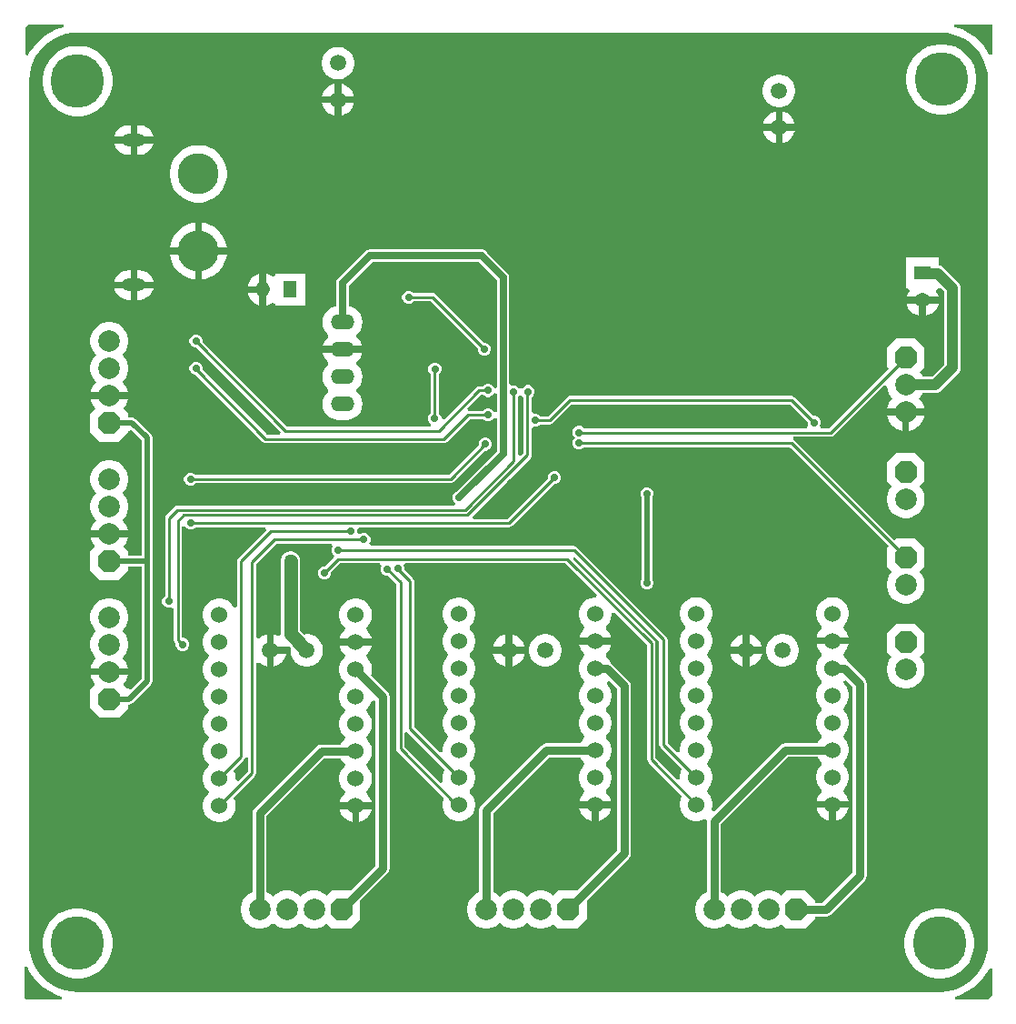
<source format=gbl>
G04*
G04 #@! TF.GenerationSoftware,Altium Limited,Altium Designer,24.8.2 (39)*
G04*
G04 Layer_Physical_Order=2*
G04 Layer_Color=16711680*
%FSTAX24Y24*%
%MOIN*%
G70*
G04*
G04 #@! TF.SameCoordinates,E2E89361-0BB4-4F2D-B907-9D5CD4EE4A11*
G04*
G04*
G04 #@! TF.FilePolarity,Positive*
G04*
G01*
G75*
%ADD10C,0.0100*%
%ADD68C,0.0250*%
%ADD69C,0.0200*%
%ADD72C,0.0300*%
%ADD73C,0.0500*%
%ADD74C,0.0394*%
%ADD75R,0.0512X0.0591*%
%ADD76O,0.0512X0.0591*%
%ADD77C,0.0600*%
%ADD78C,0.0591*%
G04:AMPARAMS|DCode=79|XSize=78.7mil|YSize=78.7mil|CornerRadius=0mil|HoleSize=0mil|Usage=FLASHONLY|Rotation=0.000|XOffset=0mil|YOffset=0mil|HoleType=Round|Shape=Octagon|*
%AMOCTAGOND79*
4,1,8,0.0394,-0.0197,0.0394,0.0197,0.0197,0.0394,-0.0197,0.0394,-0.0394,0.0197,-0.0394,-0.0197,-0.0197,-0.0394,0.0197,-0.0394,0.0394,-0.0197,0.0*
%
%ADD79OCTAGOND79*%

%ADD80C,0.0787*%
%ADD81O,0.0591X0.0512*%
%ADD82R,0.0591X0.0512*%
%ADD83C,0.1969*%
%ADD84C,0.1496*%
%ADD85O,0.0866X0.0472*%
G04:AMPARAMS|DCode=86|XSize=78.7mil|YSize=78.7mil|CornerRadius=0mil|HoleSize=0mil|Usage=FLASHONLY|Rotation=270.000|XOffset=0mil|YOffset=0mil|HoleType=Round|Shape=Octagon|*
%AMOCTAGOND86*
4,1,8,-0.0197,-0.0394,0.0197,-0.0394,0.0394,-0.0197,0.0394,0.0197,0.0197,0.0394,-0.0197,0.0394,-0.0394,0.0197,-0.0394,-0.0197,-0.0197,-0.0394,0.0*
%
%ADD86OCTAGOND86*%

%ADD88C,0.0276*%
%ADD89C,0.0500*%
%ADD90O,0.0866X0.0551*%
G36*
X03545Y034497D02*
X03535Y034474D01*
X035302Y034571D01*
X035158Y034786D01*
X034988Y03498D01*
X034793Y035151D01*
X034578Y035295D01*
X034347Y035409D01*
X034102Y035492D01*
X034062Y0355D01*
X034072Y0356D01*
X03545D01*
Y034497D01*
D02*
G37*
G36*
X001396Y0355D02*
X001382Y035497D01*
X001129Y035411D01*
X000889Y035293D01*
X000667Y035144D01*
X000465Y034968D01*
X000289Y034767D01*
X00014Y034544D01*
X000099Y03446D01*
X-000001Y034483D01*
X0Y0355D01*
X0001Y0356D01*
X001386D01*
X001396Y0355D01*
D02*
G37*
G36*
X03349Y035294D02*
X03359Y035294D01*
X033688Y035288D01*
X033814Y03528D01*
X034033Y035236D01*
X034245Y035164D01*
X034446Y035065D01*
X034632Y034941D01*
X034801Y034793D01*
X034948Y034625D01*
X035073Y034439D01*
X035172Y034238D01*
X035244Y034026D01*
X035288Y033806D01*
X035302Y033587D01*
X035301Y033583D01*
Y002011D01*
X035301Y001931D01*
X035301Y001912D01*
X035296Y001815D01*
X035287Y001679D01*
X035242Y001451D01*
X035167Y00123D01*
X035064Y001021D01*
X034934Y000828D01*
X034781Y000652D01*
X034605Y000499D01*
X034412Y000369D01*
X034203Y000266D01*
X033982Y000191D01*
X033754Y000146D01*
X033618Y000137D01*
X033521Y000132D01*
X033502Y000132D01*
X033422Y000132D01*
X001889D01*
X001679Y000146D01*
X00145Y000191D01*
X00123Y000266D01*
X001021Y000369D01*
X000827Y000499D01*
X000652Y000652D01*
X000498Y000828D01*
X000369Y001021D01*
X000266Y00123D01*
X000191Y001451D01*
X000145Y001679D01*
X000132Y001883D01*
Y033542D01*
X000146Y033754D01*
X000191Y033982D01*
X000266Y034203D01*
X000369Y034412D01*
X000499Y034605D01*
X000652Y034781D01*
X000828Y034934D01*
X001021Y035064D01*
X00123Y035167D01*
X001451Y035242D01*
X001679Y035287D01*
X001891Y035301D01*
X03349Y035294D01*
D02*
G37*
G36*
X03545Y000982D02*
Y0D01*
X0353Y-00015D01*
X034109D01*
X034092Y-00005D01*
X034304Y000022D01*
X034544Y00014D01*
X034767Y000289D01*
X034968Y000465D01*
X035144Y000667D01*
X035293Y000889D01*
X03535Y001005D01*
X03545Y000982D01*
D02*
G37*
G36*
X00014Y000889D02*
X000288Y000666D01*
X000465Y000465D01*
X000666Y000289D01*
X000888Y00014D01*
X001129Y000022D01*
X00134Y-00005D01*
X001323Y-00015D01*
X000021D01*
X-00005Y-000079D01*
X-000048Y001044D01*
X000052Y001067D01*
X00014Y000889D01*
D02*
G37*
%LPC*%
G36*
X011515Y034769D02*
X011398D01*
X011283Y034746D01*
X011175Y034701D01*
X011077Y034636D01*
X010994Y034553D01*
X010929Y034455D01*
X010884Y034347D01*
X010861Y034232D01*
Y034115D01*
X010884Y034D01*
X010929Y033891D01*
X010994Y033794D01*
X011077Y033711D01*
X011175Y033646D01*
X011283Y033601D01*
X011398Y033578D01*
X011515D01*
X01163Y033601D01*
X011739Y033646D01*
X011836Y033711D01*
X011919Y033794D01*
X011984Y033891D01*
X012029Y034D01*
X012052Y034115D01*
Y034232D01*
X012029Y034347D01*
X011984Y034455D01*
X011919Y034553D01*
X011836Y034636D01*
X011739Y034701D01*
X01163Y034746D01*
X011515Y034769D01*
D02*
G37*
G36*
X011582Y033417D02*
Y03296D01*
X012039D01*
X012029Y033008D01*
X011984Y033117D01*
X011919Y033214D01*
X011836Y033297D01*
X011739Y033362D01*
X01163Y033407D01*
X011582Y033417D01*
D02*
G37*
G36*
X011332D02*
X011283Y033407D01*
X011175Y033362D01*
X011077Y033297D01*
X010994Y033214D01*
X010929Y033117D01*
X010884Y033008D01*
X010875Y03296D01*
X011332D01*
Y033417D01*
D02*
G37*
G36*
X027696Y033757D02*
X027579D01*
X027464Y033734D01*
X027356Y033689D01*
X027258Y033624D01*
X027175Y033541D01*
X02711Y033443D01*
X027065Y033335D01*
X027042Y03322D01*
Y033103D01*
X027065Y032988D01*
X02711Y032879D01*
X027175Y032782D01*
X027258Y032699D01*
X027356Y032634D01*
X027464Y032589D01*
X027579Y032566D01*
X027696D01*
X027811Y032589D01*
X02792Y032634D01*
X028017Y032699D01*
X0281Y032782D01*
X028165Y032879D01*
X02821Y032988D01*
X028233Y033103D01*
Y03322D01*
X02821Y033335D01*
X028165Y033443D01*
X0281Y033541D01*
X028017Y033624D01*
X02792Y033689D01*
X027811Y033734D01*
X027696Y033757D01*
D02*
G37*
G36*
X033691Y034867D02*
X033489D01*
X033289Y034835D01*
X033097Y034773D01*
X032917Y034681D01*
X032753Y034562D01*
X03261Y034419D01*
X032492Y034256D01*
X0324Y034076D01*
X032337Y033883D01*
X032306Y033684D01*
Y033482D01*
X032337Y033282D01*
X0324Y03309D01*
X032492Y03291D01*
X03261Y032746D01*
X032753Y032603D01*
X032917Y032484D01*
X033097Y032393D01*
X033289Y03233D01*
X033489Y032298D01*
X033691D01*
X033891Y03233D01*
X034083Y032393D01*
X034263Y032484D01*
X034427Y032603D01*
X03457Y032746D01*
X034688Y03291D01*
X03478Y03309D01*
X034843Y033282D01*
X034874Y033482D01*
Y033684D01*
X034843Y033883D01*
X03478Y034076D01*
X034688Y034256D01*
X03457Y034419D01*
X034427Y034562D01*
X034263Y034681D01*
X034083Y034773D01*
X033891Y034835D01*
X033691Y034867D01*
D02*
G37*
G36*
X012039Y03271D02*
X011582D01*
Y032253D01*
X01163Y032262D01*
X011739Y032307D01*
X011836Y032372D01*
X011919Y032455D01*
X011984Y032553D01*
X012029Y032661D01*
X012039Y03271D01*
D02*
G37*
G36*
X011332D02*
X010875D01*
X010884Y032661D01*
X010929Y032553D01*
X010994Y032455D01*
X011077Y032372D01*
X011175Y032307D01*
X011283Y032262D01*
X011332Y032253D01*
Y03271D01*
D02*
G37*
G36*
X002013Y034805D02*
X001811D01*
X001611Y034774D01*
X001419Y034711D01*
X001239Y03462D01*
X001075Y034501D01*
X000932Y034358D01*
X000814Y034194D01*
X000722Y034014D01*
X000659Y033822D01*
X000628Y033622D01*
Y03342D01*
X000659Y03322D01*
X000722Y033028D01*
X000814Y032848D01*
X000932Y032684D01*
X001075Y032542D01*
X001239Y032423D01*
X001419Y032331D01*
X001611Y032268D01*
X001811Y032237D01*
X002013D01*
X002213Y032268D01*
X002405Y032331D01*
X002585Y032423D01*
X002749Y032542D01*
X002892Y032684D01*
X00301Y032848D01*
X003102Y033028D01*
X003165Y03322D01*
X003196Y03342D01*
Y033622D01*
X003165Y033822D01*
X003102Y034014D01*
X00301Y034194D01*
X002892Y034358D01*
X002749Y034501D01*
X002585Y03462D01*
X002405Y034711D01*
X002213Y034774D01*
X002013Y034805D01*
D02*
G37*
G36*
X027763Y032405D02*
Y031948D01*
X02822D01*
X02821Y031996D01*
X028165Y032105D01*
X0281Y032202D01*
X028017Y032285D01*
X02792Y03235D01*
X027811Y032395D01*
X027763Y032405D01*
D02*
G37*
G36*
X027513D02*
X027464Y032395D01*
X027356Y03235D01*
X027258Y032285D01*
X027175Y032202D01*
X02711Y032105D01*
X027065Y031996D01*
X027056Y031948D01*
X027513D01*
Y032405D01*
D02*
G37*
G36*
X004173Y031899D02*
X004101D01*
Y031483D01*
X004698D01*
X004696Y031498D01*
X004642Y031629D01*
X004556Y031741D01*
X004444Y031827D01*
X004313Y031881D01*
X004173Y031899D01*
D02*
G37*
G36*
X003851D02*
X00378D01*
X00364Y031881D01*
X003509Y031827D01*
X003397Y031741D01*
X003311Y031629D01*
X003257Y031498D01*
X003255Y031483D01*
X003851D01*
Y031899D01*
D02*
G37*
G36*
X027513Y031698D02*
X027056D01*
X027065Y031649D01*
X02711Y031541D01*
X027175Y031443D01*
X027258Y03136D01*
X027356Y031295D01*
X027464Y03125D01*
X027513Y031241D01*
Y031698D01*
D02*
G37*
G36*
X02822D02*
X027763D01*
Y031241D01*
X027811Y03125D01*
X02792Y031295D01*
X028017Y03136D01*
X0281Y031443D01*
X028165Y031541D01*
X02821Y031649D01*
X02822Y031698D01*
D02*
G37*
G36*
X004698Y031233D02*
X004101D01*
Y030817D01*
X004173D01*
X004313Y030836D01*
X004444Y03089D01*
X004556Y030976D01*
X004642Y031088D01*
X004696Y031218D01*
X004698Y031233D01*
D02*
G37*
G36*
X003851D02*
X003255D01*
X003257Y031218D01*
X003311Y031088D01*
X003397Y030976D01*
X003509Y03089D01*
X00364Y030836D01*
X00378Y030817D01*
X003851D01*
Y031233D01*
D02*
G37*
G36*
X006421Y031166D02*
X006256D01*
X006093Y03114D01*
X005936Y031089D01*
X005789Y031014D01*
X005656Y030917D01*
X005539Y030801D01*
X005442Y030667D01*
X005367Y03052D01*
X005316Y030364D01*
X005291Y030201D01*
Y030036D01*
X005316Y029873D01*
X005367Y029716D01*
X005442Y029569D01*
X005539Y029435D01*
X005656Y029319D01*
X005789Y029222D01*
X005936Y029147D01*
X006093Y029096D01*
X006256Y02907D01*
X006421D01*
X006584Y029096D01*
X006741Y029147D01*
X006888Y029222D01*
X007021Y029319D01*
X007138Y029435D01*
X007235Y029569D01*
X00731Y029716D01*
X007361Y029873D01*
X007387Y030036D01*
Y030201D01*
X007361Y030364D01*
X00731Y03052D01*
X007235Y030667D01*
X007138Y030801D01*
X007021Y030917D01*
X006888Y031014D01*
X006741Y031089D01*
X006584Y03114D01*
X006421Y031166D01*
D02*
G37*
G36*
X006464Y028325D02*
Y027409D01*
X00738D01*
X007361Y027529D01*
X00731Y027686D01*
X007235Y027833D01*
X007138Y027966D01*
X007021Y028083D01*
X006888Y02818D01*
X006741Y028255D01*
X006584Y028306D01*
X006464Y028325D01*
D02*
G37*
G36*
X006214D02*
X006093Y028306D01*
X005936Y028255D01*
X005789Y02818D01*
X005656Y028083D01*
X005539Y027966D01*
X005442Y027833D01*
X005367Y027686D01*
X005316Y027529D01*
X005297Y027409D01*
X006214D01*
Y028325D01*
D02*
G37*
G36*
X010258Y026472D02*
X009146D01*
Y026402D01*
X009046Y026352D01*
X008982Y026401D01*
X008847Y026457D01*
X008827Y02646D01*
Y025876D01*
Y025293D01*
X008847Y025295D01*
X008982Y025351D01*
X009046Y0254D01*
X009146Y025351D01*
Y025281D01*
X010258D01*
Y026472D01*
D02*
G37*
G36*
X00738Y027159D02*
X006464D01*
Y026242D01*
X006584Y026261D01*
X006741Y026312D01*
X006888Y026387D01*
X007021Y026484D01*
X007138Y026601D01*
X007235Y026734D01*
X00731Y026881D01*
X007361Y027038D01*
X00738Y027159D01*
D02*
G37*
G36*
X006214D02*
X005297D01*
X005316Y027038D01*
X005367Y026881D01*
X005442Y026734D01*
X005539Y026601D01*
X005656Y026484D01*
X005789Y026387D01*
X005936Y026312D01*
X006093Y026261D01*
X006214Y026242D01*
Y027159D01*
D02*
G37*
G36*
X004173Y026584D02*
X004101D01*
Y026168D01*
X004698D01*
X004696Y026183D01*
X004642Y026314D01*
X004556Y026426D01*
X004444Y026512D01*
X004313Y026566D01*
X004173Y026584D01*
D02*
G37*
G36*
X003851D02*
X00378D01*
X00364Y026566D01*
X003509Y026512D01*
X003397Y026426D01*
X003311Y026314D01*
X003257Y026183D01*
X003255Y026168D01*
X003851D01*
Y026584D01*
D02*
G37*
G36*
X008577Y02646D02*
X008557Y026457D01*
X008421Y026401D01*
X008305Y026312D01*
X008216Y026196D01*
X00816Y026061D01*
X008152Y026001D01*
X008577D01*
Y02646D01*
D02*
G37*
G36*
X004698Y025918D02*
X004101D01*
Y025503D01*
X004173D01*
X004313Y025521D01*
X004444Y025575D01*
X004556Y025661D01*
X004642Y025773D01*
X004696Y025903D01*
X004698Y025918D01*
D02*
G37*
G36*
X003851D02*
X003255D01*
X003257Y025903D01*
X003311Y025773D01*
X003397Y025661D01*
X003509Y025575D01*
X00364Y025521D01*
X00378Y025503D01*
X003851D01*
Y025918D01*
D02*
G37*
G36*
X008577Y025751D02*
X008152D01*
X00816Y025692D01*
X008216Y025557D01*
X008305Y02544D01*
X008421Y025351D01*
X008557Y025295D01*
X008577Y025293D01*
Y025751D01*
D02*
G37*
G36*
X032773Y025359D02*
X032314D01*
X032317Y025339D01*
X032373Y025204D01*
X032462Y025088D01*
X032578Y024999D01*
X032713Y024943D01*
X032773Y024935D01*
Y025359D01*
D02*
G37*
G36*
X033481D02*
X033023D01*
Y024935D01*
X033082Y024943D01*
X033217Y024999D01*
X033334Y025088D01*
X033423Y025204D01*
X033479Y025339D01*
X033481Y025359D01*
D02*
G37*
G36*
X014097Y025838D02*
X014003D01*
X013915Y025802D01*
X013848Y025735D01*
X013812Y025647D01*
Y025553D01*
X013848Y025465D01*
X013915Y025398D01*
X014003Y025362D01*
X014097D01*
X014185Y025398D01*
X014233Y025447D01*
X014855D01*
X016579Y023723D01*
Y023654D01*
X016615Y023567D01*
X016682Y0235D01*
X01677Y023464D01*
X016864D01*
X016952Y0235D01*
X017018Y023567D01*
X017055Y023654D01*
Y023749D01*
X017018Y023836D01*
X016952Y023903D01*
X016864Y023939D01*
X016795D01*
X015027Y025708D01*
X014977Y025741D01*
X014918Y025753D01*
X014233D01*
X014185Y025802D01*
X014097Y025838D01*
D02*
G37*
G36*
X016761Y027363D02*
X016667D01*
X016647Y027354D01*
X012625D01*
X012537Y027337D01*
X012463Y027287D01*
X011459Y026283D01*
X011409Y026209D01*
X011391Y026121D01*
Y025252D01*
X011313Y025242D01*
X011173Y025184D01*
X011053Y025092D01*
X010961Y024971D01*
X010903Y024831D01*
X010883Y024681D01*
X010903Y024531D01*
X010961Y024391D01*
X011053Y024271D01*
X011104Y024231D01*
Y024131D01*
X011053Y024092D01*
X010961Y023971D01*
X010903Y023831D01*
X010899Y023806D01*
X011621D01*
X012342D01*
X012339Y023831D01*
X012281Y023971D01*
X012189Y024092D01*
X012137Y024131D01*
Y024231D01*
X012189Y024271D01*
X012281Y024391D01*
X012339Y024531D01*
X012359Y024681D01*
X012339Y024831D01*
X012281Y024971D01*
X012189Y025092D01*
X012069Y025184D01*
X011929Y025242D01*
X01185Y025252D01*
Y026026D01*
X01272Y026895D01*
X016619D01*
X017284Y026231D01*
Y022287D01*
X017184Y022267D01*
X017166Y022311D01*
X017099Y022378D01*
X017011Y022414D01*
X016917D01*
X016829Y022378D01*
X016781Y022329D01*
X016626D01*
X016568Y022318D01*
X016518Y022284D01*
X015348Y021115D01*
X015248Y021156D01*
Y021198D01*
X015212Y021286D01*
X015165Y021333D01*
Y022775D01*
X015215Y022825D01*
X015251Y022913D01*
Y023007D01*
X015215Y023095D01*
X015148Y023161D01*
X015061Y023198D01*
X014966D01*
X014879Y023161D01*
X014812Y023095D01*
X014776Y023007D01*
Y022913D01*
X014812Y022825D01*
X014859Y022778D01*
Y021336D01*
X014809Y021286D01*
X014773Y021198D01*
Y021104D01*
X014809Y021016D01*
X014875Y02095D01*
X014875Y020948D01*
X014855Y02085D01*
X009609D01*
X006488Y023971D01*
Y024039D01*
X006452Y024127D01*
X006385Y024194D01*
X006297Y02423D01*
X006203D01*
X006115Y024194D01*
X006048Y024127D01*
X006012Y024039D01*
Y023945D01*
X006048Y023857D01*
X006115Y023791D01*
X006203Y023754D01*
X006272D01*
X009373Y020653D01*
X009331Y020553D01*
X008873D01*
X006486Y02294D01*
X006488Y022945D01*
Y023039D01*
X006452Y023127D01*
X006385Y023194D01*
X006297Y02323D01*
X006203D01*
X006115Y023194D01*
X006048Y023127D01*
X006012Y023039D01*
Y022945D01*
X006048Y022857D01*
X006115Y022791D01*
X006203Y022754D01*
X006239D01*
X008702Y020292D01*
X008751Y020259D01*
X00881Y020247D01*
X015342D01*
X015401Y020259D01*
X01545Y020292D01*
X016288Y02113D01*
X016781D01*
X01683Y021081D01*
X016917Y021045D01*
X017012D01*
X017099Y021081D01*
X017166Y021148D01*
X017184Y021191D01*
X017284Y021172D01*
Y019956D01*
X015783Y018455D01*
X015762Y018447D01*
X015696Y01838D01*
X015659Y018292D01*
Y018198D01*
X015696Y01811D01*
X015753Y018053D01*
X015747Y018009D01*
X015722Y017953D01*
X005569D01*
X005511Y017941D01*
X005461Y017908D01*
X005159Y017606D01*
X005126Y017556D01*
X005114Y017497D01*
Y014652D01*
X005113Y014652D01*
X005046Y014585D01*
X00501Y014497D01*
Y014403D01*
X005046Y014315D01*
X005113Y014248D01*
X005201Y014212D01*
X005295D01*
X005338Y01423D01*
X005438Y014173D01*
Y013031D01*
X005449Y012972D01*
X005482Y012922D01*
X005512Y012893D01*
Y012824D01*
X005548Y012736D01*
X005615Y01267D01*
X005703Y012633D01*
X005797D01*
X005885Y01267D01*
X005952Y012736D01*
X005988Y012824D01*
Y012918D01*
X005952Y013006D01*
X005885Y013073D01*
X005797Y013109D01*
X005743D01*
Y017175D01*
X005843Y017195D01*
X005848Y017183D01*
X005915Y017116D01*
X006003Y01708D01*
X006097D01*
X006185Y017116D01*
X006233Y017165D01*
X008786D01*
X008827Y017065D01*
X007792Y016029D01*
X007759Y01598D01*
X007747Y015921D01*
Y014241D01*
X007647Y014221D01*
X007642Y014234D01*
X007576Y014333D01*
X007492Y014416D01*
X007394Y014482D01*
X007285Y014527D01*
X007169Y01455D01*
X007051D01*
X006935Y014527D01*
X006826Y014482D01*
X006727Y014416D01*
X006644Y014333D01*
X006578Y014234D01*
X006533Y014125D01*
X00651Y014009D01*
Y013891D01*
X006533Y013775D01*
X006578Y013666D01*
X006644Y013568D01*
X006696Y013515D01*
X006717Y01345D01*
X006696Y013385D01*
X006644Y013333D01*
X006578Y013234D01*
X006533Y013125D01*
X00651Y013009D01*
Y012891D01*
X006533Y012775D01*
X006578Y012666D01*
X006644Y012568D01*
X006696Y012515D01*
X006717Y01245D01*
X006696Y012385D01*
X006644Y012333D01*
X006578Y012234D01*
X006533Y012125D01*
X00651Y012009D01*
Y011891D01*
X006533Y011775D01*
X006578Y011666D01*
X006644Y011568D01*
X006696Y011515D01*
X006717Y01145D01*
X006696Y011385D01*
X006644Y011333D01*
X006578Y011234D01*
X006533Y011125D01*
X00651Y011009D01*
Y010891D01*
X006533Y010775D01*
X006578Y010666D01*
X006644Y010568D01*
X006696Y010515D01*
X006717Y01045D01*
X006696Y010385D01*
X006644Y010333D01*
X006578Y010234D01*
X006533Y010125D01*
X00651Y010009D01*
Y009891D01*
X006533Y009775D01*
X006578Y009666D01*
X006644Y009568D01*
X006696Y009515D01*
X006717Y00945D01*
X006696Y009385D01*
X006644Y009333D01*
X006578Y009234D01*
X006533Y009125D01*
X00651Y009009D01*
Y008891D01*
X006533Y008775D01*
X006578Y008666D01*
X006644Y008568D01*
X006696Y008515D01*
X006717Y00845D01*
X006696Y008385D01*
X006644Y008333D01*
X006578Y008234D01*
X006533Y008125D01*
X00651Y008009D01*
Y007891D01*
X006533Y007775D01*
X006578Y007666D01*
X006644Y007568D01*
X006696Y007515D01*
X006717Y00745D01*
X006696Y007385D01*
X006644Y007333D01*
X006578Y007234D01*
X006533Y007125D01*
X00651Y007009D01*
Y006891D01*
X006533Y006775D01*
X006578Y006666D01*
X006644Y006568D01*
X006727Y006484D01*
X006826Y006418D01*
X006935Y006373D01*
X007051Y00635D01*
X007169D01*
X007285Y006373D01*
X007394Y006418D01*
X007492Y006484D01*
X007576Y006568D01*
X007642Y006666D01*
X007687Y006775D01*
X00771Y006891D01*
Y007009D01*
X007687Y007125D01*
X007642Y007234D01*
X007629Y007253D01*
X00841Y008034D01*
X008443Y008083D01*
X008454Y008142D01*
Y012186D01*
X008554Y012227D01*
X008594Y012188D01*
X008692Y012122D01*
X0088Y012078D01*
X008849Y012068D01*
Y01265D01*
Y013232D01*
X0088Y013222D01*
X008692Y013177D01*
X008594Y013112D01*
X008554Y013073D01*
X008454Y013114D01*
Y015838D01*
X009179Y016562D01*
X011232D01*
X011274Y016462D01*
X011269Y016458D01*
X011233Y01637D01*
Y016276D01*
X011269Y016188D01*
X011336Y016121D01*
X011293Y016033D01*
X010978Y015718D01*
X010909D01*
X010822Y015681D01*
X010755Y015615D01*
X010719Y015527D01*
Y015433D01*
X010755Y015345D01*
X010822Y015278D01*
X010909Y015242D01*
X011004D01*
X011091Y015278D01*
X011158Y015345D01*
X011194Y015433D01*
Y015501D01*
X011534Y015841D01*
X012989D01*
X01301Y015819D01*
X013047Y015741D01*
X013022Y015681D01*
Y015587D01*
X013058Y015499D01*
X013125Y015432D01*
X013213Y015396D01*
X013281D01*
X013597Y01508D01*
Y00905D01*
X013609Y008991D01*
X013642Y008942D01*
X015345Y007239D01*
X015314Y007165D01*
X015291Y007049D01*
Y00693D01*
X015314Y006815D01*
X01536Y006705D01*
X015425Y006607D01*
X015509Y006524D01*
X015607Y006458D01*
X015716Y006413D01*
X015832Y00639D01*
X01595D01*
X016066Y006413D01*
X016176Y006458D01*
X016274Y006524D01*
X016357Y006607D01*
X016423Y006705D01*
X016468Y006815D01*
X016491Y00693D01*
Y007049D01*
X016468Y007165D01*
X016423Y007274D01*
X016357Y007372D01*
X016305Y007424D01*
X016285Y00749D01*
X016305Y007555D01*
X016357Y007607D01*
X016423Y007705D01*
X016468Y007815D01*
X016491Y00793D01*
Y008049D01*
X016468Y008165D01*
X016423Y008274D01*
X016357Y008372D01*
X016305Y008424D01*
X016285Y00849D01*
X016305Y008555D01*
X016357Y008607D01*
X016423Y008705D01*
X016468Y008815D01*
X016491Y00893D01*
Y009049D01*
X016468Y009165D01*
X016423Y009274D01*
X016357Y009372D01*
X016305Y009424D01*
X016285Y00949D01*
X016305Y009555D01*
X016357Y009607D01*
X016423Y009705D01*
X016468Y009815D01*
X016491Y00993D01*
Y010049D01*
X016468Y010165D01*
X016423Y010274D01*
X016357Y010372D01*
X016305Y010424D01*
X016285Y01049D01*
X016305Y010555D01*
X016357Y010607D01*
X016423Y010705D01*
X016468Y010815D01*
X016491Y01093D01*
Y011049D01*
X016468Y011165D01*
X016423Y011274D01*
X016357Y011372D01*
X016305Y011424D01*
X016285Y01149D01*
X016305Y011555D01*
X016357Y011607D01*
X016423Y011705D01*
X016468Y011815D01*
X016491Y01193D01*
Y012049D01*
X016468Y012165D01*
X016423Y012274D01*
X016357Y012372D01*
X016305Y012424D01*
X016285Y01249D01*
X016305Y012555D01*
X016357Y012607D01*
X016423Y012705D01*
X016468Y012815D01*
X016491Y01293D01*
Y013049D01*
X016468Y013165D01*
X016423Y013274D01*
X016357Y013372D01*
X016305Y013424D01*
X016285Y01349D01*
X016305Y013555D01*
X016357Y013607D01*
X016423Y013705D01*
X016468Y013815D01*
X016491Y01393D01*
Y014049D01*
X016468Y014165D01*
X016423Y014274D01*
X016357Y014372D01*
X016274Y014456D01*
X016176Y014521D01*
X016066Y014567D01*
X01595Y01459D01*
X015832D01*
X015716Y014567D01*
X015607Y014521D01*
X015509Y014456D01*
X015425Y014372D01*
X01536Y014274D01*
X015314Y014165D01*
X015291Y014049D01*
Y01393D01*
X015314Y013815D01*
X01536Y013705D01*
X015425Y013607D01*
X015477Y013555D01*
X015498Y01349D01*
X015477Y013424D01*
X015425Y013372D01*
X01536Y013274D01*
X015314Y013165D01*
X015291Y013049D01*
Y01293D01*
X015314Y012815D01*
X01536Y012705D01*
X015425Y012607D01*
X015477Y012555D01*
X015498Y01249D01*
X015477Y012424D01*
X015425Y012372D01*
X01536Y012274D01*
X015314Y012165D01*
X015291Y012049D01*
Y01193D01*
X015314Y011815D01*
X01536Y011705D01*
X015425Y011607D01*
X015477Y011555D01*
X015498Y01149D01*
X015477Y011424D01*
X015425Y011372D01*
X01536Y011274D01*
X015314Y011165D01*
X015291Y011049D01*
Y01093D01*
X015314Y010815D01*
X01536Y010705D01*
X015425Y010607D01*
X015477Y010555D01*
X015498Y01049D01*
X015477Y010424D01*
X015425Y010372D01*
X01536Y010274D01*
X015314Y010165D01*
X015291Y010049D01*
Y00993D01*
X015314Y009815D01*
X01536Y009705D01*
X015425Y009607D01*
X015477Y009555D01*
X015498Y00949D01*
X015477Y009424D01*
X015425Y009372D01*
X01536Y009274D01*
X015314Y009165D01*
X015291Y009049D01*
Y008947D01*
X015251Y008919D01*
X015195Y008902D01*
X014253Y009844D01*
Y015187D01*
X014241Y015246D01*
X014208Y015296D01*
X013898Y015606D01*
Y015688D01*
X013876Y015741D01*
X013927Y015841D01*
X019805D01*
X02096Y014686D01*
X02096Y014684D01*
X020915Y01459D01*
X020832D01*
X020716Y014567D01*
X020607Y014521D01*
X020509Y014456D01*
X020425Y014372D01*
X02036Y014274D01*
X020314Y014165D01*
X020291Y014049D01*
Y01393D01*
X020314Y013815D01*
X02036Y013705D01*
X020425Y013607D01*
X020477Y013555D01*
X020498Y01349D01*
X020477Y013424D01*
X020425Y013372D01*
X02036Y013274D01*
X020314Y013165D01*
X020304Y013115D01*
X021478D01*
X021468Y013165D01*
X021423Y013274D01*
X021357Y013372D01*
X021305Y013424D01*
X021285Y01349D01*
X021305Y013555D01*
X021357Y013607D01*
X021423Y013705D01*
X021468Y013815D01*
X021491Y01393D01*
Y014013D01*
X021586Y014058D01*
X021588Y014059D01*
X022802Y012844D01*
Y008645D01*
X022814Y008586D01*
X022847Y008537D01*
X024081Y007303D01*
X024068Y007284D01*
X024023Y007175D01*
X024Y007059D01*
Y006941D01*
X024023Y006825D01*
X024068Y006716D01*
X024134Y006618D01*
X024218Y006534D01*
X024316Y006468D01*
X024425Y006423D01*
X024541Y0064D01*
X024659D01*
X024775Y006423D01*
X024884Y006468D01*
X024919Y006491D01*
X025009Y006431D01*
X024998Y006378D01*
Y003795D01*
X024925Y003764D01*
X024811Y003688D01*
X024714Y003592D01*
X024638Y003478D01*
X024586Y003352D01*
X024559Y003218D01*
Y003081D01*
X024586Y002947D01*
X024638Y002821D01*
X024714Y002707D01*
X024811Y002611D01*
X024925Y002535D01*
X025051Y002483D01*
X025185Y002456D01*
X025321D01*
X025456Y002483D01*
X025582Y002535D01*
X025695Y002611D01*
X025753Y002669D01*
X025811Y002611D01*
X025925Y002535D01*
X026051Y002483D01*
X026185Y002456D01*
X026321D01*
X026456Y002483D01*
X026582Y002535D01*
X026695Y002611D01*
X026753Y002669D01*
X026811Y002611D01*
X026925Y002535D01*
X027051Y002483D01*
X027185Y002456D01*
X027321D01*
X027455Y002483D01*
X027582Y002535D01*
X027695Y002611D01*
X027723Y002639D01*
X027906Y002456D01*
X0286D01*
X028947Y002803D01*
Y002895D01*
X02935D01*
X029447Y002914D01*
X02953Y002969D01*
X03078Y00422D01*
X030835Y004302D01*
X030855Y0044D01*
Y011438D01*
X030835Y011535D01*
X03078Y011618D01*
X030223Y012175D01*
X030159Y012218D01*
X030132Y012284D01*
X030066Y012382D01*
X030014Y012435D01*
X029993Y0125D01*
X030014Y012565D01*
X030066Y012618D01*
X030132Y012716D01*
X030177Y012825D01*
X030187Y012875D01*
X029013D01*
X029023Y012825D01*
X029068Y012716D01*
X029134Y012618D01*
X029186Y012565D01*
X029207Y0125D01*
X029186Y012435D01*
X029134Y012382D01*
X029068Y012284D01*
X029023Y012175D01*
X029Y012059D01*
Y011941D01*
X029023Y011825D01*
X029068Y011716D01*
X029134Y011618D01*
X029186Y011565D01*
X029207Y0115D01*
X029186Y011435D01*
X029134Y011382D01*
X029068Y011284D01*
X029023Y011175D01*
X029Y011059D01*
Y010941D01*
X029023Y010825D01*
X029068Y010716D01*
X029134Y010618D01*
X029186Y010565D01*
X029207Y0105D01*
X029186Y010435D01*
X029134Y010382D01*
X029068Y010284D01*
X029023Y010175D01*
X029Y010059D01*
Y009941D01*
X029023Y009825D01*
X029068Y009716D01*
X029134Y009618D01*
X029186Y009565D01*
X029207Y0095D01*
X029186Y009435D01*
X029134Y009382D01*
X029068Y009284D01*
X029056Y009255D01*
X027875D01*
X027777Y009235D01*
X027695Y00918D01*
X025247Y006733D01*
X025162Y006789D01*
X025177Y006825D01*
X0252Y006941D01*
Y007059D01*
X025177Y007175D01*
X025132Y007284D01*
X025066Y007382D01*
X025014Y007435D01*
X024993Y0075D01*
X025014Y007565D01*
X025066Y007618D01*
X025132Y007716D01*
X025177Y007825D01*
X0252Y007941D01*
Y008059D01*
X025177Y008175D01*
X025132Y008284D01*
X025066Y008382D01*
X025014Y008435D01*
X024993Y0085D01*
X025014Y008565D01*
X025066Y008618D01*
X025132Y008716D01*
X025177Y008825D01*
X0252Y008941D01*
Y009059D01*
X025177Y009175D01*
X025132Y009284D01*
X025066Y009382D01*
X025014Y009435D01*
X024993Y0095D01*
X025014Y009565D01*
X025066Y009618D01*
X025132Y009716D01*
X025177Y009825D01*
X0252Y009941D01*
Y010059D01*
X025177Y010175D01*
X025132Y010284D01*
X025066Y010382D01*
X025014Y010435D01*
X024993Y0105D01*
X025014Y010565D01*
X025066Y010618D01*
X025132Y010716D01*
X025177Y010825D01*
X0252Y010941D01*
Y011059D01*
X025177Y011175D01*
X025132Y011284D01*
X025066Y011382D01*
X025014Y011435D01*
X024993Y0115D01*
X025014Y011565D01*
X025066Y011618D01*
X025132Y011716D01*
X025177Y011825D01*
X0252Y011941D01*
Y012059D01*
X025177Y012175D01*
X025132Y012284D01*
X025066Y012382D01*
X025014Y012435D01*
X024993Y0125D01*
X025014Y012565D01*
X025066Y012618D01*
X025132Y012716D01*
X025177Y012825D01*
X0252Y012941D01*
Y013059D01*
X025177Y013175D01*
X025132Y013284D01*
X025066Y013382D01*
X025014Y013435D01*
X024993Y0135D01*
X025014Y013565D01*
X025066Y013618D01*
X025132Y013716D01*
X025177Y013825D01*
X0252Y013941D01*
Y014059D01*
X025177Y014175D01*
X025132Y014284D01*
X025066Y014382D01*
X024982Y014466D01*
X024884Y014532D01*
X024775Y014577D01*
X024659Y0146D01*
X024541D01*
X024425Y014577D01*
X024316Y014532D01*
X024218Y014466D01*
X024134Y014382D01*
X024068Y014284D01*
X024023Y014175D01*
X024Y014059D01*
Y013941D01*
X024023Y013825D01*
X024068Y013716D01*
X024134Y013618D01*
X024186Y013565D01*
X024207Y0135D01*
X024186Y013435D01*
X024134Y013382D01*
X024068Y013284D01*
X024023Y013175D01*
X024Y013059D01*
Y012941D01*
X024023Y012825D01*
X024068Y012716D01*
X024134Y012618D01*
X024186Y012565D01*
X024207Y0125D01*
X024186Y012435D01*
X024134Y012382D01*
X024068Y012284D01*
X024023Y012175D01*
X024Y012059D01*
Y011941D01*
X024023Y011825D01*
X024068Y011716D01*
X024134Y011618D01*
X024186Y011565D01*
X024207Y0115D01*
X024186Y011435D01*
X024134Y011382D01*
X024068Y011284D01*
X024023Y011175D01*
X024Y011059D01*
Y010941D01*
X024023Y010825D01*
X024068Y010716D01*
X024134Y010618D01*
X024186Y010565D01*
X024207Y0105D01*
X024186Y010435D01*
X024134Y010382D01*
X024068Y010284D01*
X024023Y010175D01*
X024Y010059D01*
Y009941D01*
X024023Y009825D01*
X024068Y009716D01*
X024134Y009618D01*
X024186Y009565D01*
X024207Y0095D01*
X024186Y009435D01*
X024134Y009382D01*
X024068Y009284D01*
X024023Y009175D01*
X024Y009059D01*
Y008958D01*
X02396Y008929D01*
X023904Y008913D01*
X023548Y009268D01*
Y013044D01*
X023537Y013103D01*
X023503Y013152D01*
X020225Y016431D01*
X020175Y016464D01*
X020117Y016476D01*
X012648D01*
X012607Y016576D01*
X012611Y016581D01*
X012648Y016668D01*
Y016763D01*
X012611Y01685D01*
X012545Y016917D01*
X012457Y016953D01*
X012363D01*
X012275Y016917D01*
X012243Y016927D01*
X01216Y016983D01*
Y017077D01*
X012232Y017165D01*
X017741D01*
X0178Y017177D01*
X017849Y01721D01*
X019384Y018744D01*
X019452D01*
X01954Y01878D01*
X019607Y018847D01*
X019643Y018934D01*
Y019029D01*
X019607Y019116D01*
X01954Y019183D01*
X019452Y019219D01*
X019358D01*
X01927Y019183D01*
X019204Y019116D01*
X019167Y019029D01*
Y01896D01*
X017678Y017471D01*
X016426D01*
X016384Y017571D01*
X018519Y019705D01*
X018552Y019755D01*
X018563Y019813D01*
Y020776D01*
X018651Y020848D01*
X018745D01*
X018833Y020884D01*
X018882Y020933D01*
X019228D01*
X019286Y020945D01*
X019336Y020978D01*
X020025Y021667D01*
X028039D01*
X02868Y021026D01*
Y020957D01*
X028707Y020892D01*
X028676Y020821D01*
X028652Y020792D01*
X020483D01*
X020435Y020841D01*
X020347Y020877D01*
X020253D01*
X020165Y020841D01*
X020098Y020774D01*
X020062Y020686D01*
Y020592D01*
X020098Y020504D01*
X020161Y020442D01*
X020098Y02038D01*
X020062Y020293D01*
Y020198D01*
X020098Y020111D01*
X020165Y020044D01*
X020253Y020007D01*
X020347D01*
X020435Y020044D01*
X020483Y020092D01*
X028038D01*
X031655Y016475D01*
X03159Y01641D01*
Y015716D01*
X031773Y015533D01*
X031745Y015505D01*
X031669Y015392D01*
X031616Y015265D01*
X03159Y015131D01*
Y014995D01*
X031616Y014861D01*
X031669Y014734D01*
X031745Y014621D01*
X031841Y014524D01*
X031955Y014448D01*
X032081Y014396D01*
X032215Y014369D01*
X032352D01*
X032486Y014396D01*
X032612Y014448D01*
X032726Y014524D01*
X032822Y014621D01*
X032898Y014734D01*
X032951Y014861D01*
X032977Y014995D01*
Y015131D01*
X032951Y015265D01*
X032898Y015392D01*
X032822Y015505D01*
X032794Y015533D01*
X032977Y015716D01*
Y01641D01*
X03263Y016757D01*
X031937D01*
X031871Y016691D01*
X028209Y020353D01*
X02816Y020387D01*
X028172Y020486D01*
X029537D01*
X029595Y020498D01*
X029645Y020531D01*
X03149Y022376D01*
X03159Y022334D01*
Y022318D01*
X031616Y022183D01*
X031669Y022057D01*
X031745Y021944D01*
X031802Y021886D01*
X031745Y021828D01*
X031669Y021714D01*
X031616Y021588D01*
X031601Y021511D01*
X032966D01*
X032951Y021588D01*
X032898Y021714D01*
X032822Y021828D01*
X032765Y021886D01*
X032822Y021944D01*
X032898Y022057D01*
X03291Y022086D01*
X033376D01*
X033454Y022097D01*
X033526Y022127D01*
X033588Y022174D01*
X034212Y022798D01*
X03426Y02286D01*
X034272Y02289D01*
X03429Y022933D01*
X0343Y02301D01*
Y025928D01*
X03429Y026005D01*
X034272Y026047D01*
X03426Y026077D01*
X034212Y026139D01*
X033682Y02667D01*
X03362Y026717D01*
X033548Y026747D01*
X033493Y026754D01*
Y02704D01*
X032302D01*
Y025928D01*
X032372D01*
X032422Y025828D01*
X032373Y025765D01*
X032317Y025629D01*
X032314Y025609D01*
X032898D01*
X033481D01*
X033479Y025629D01*
X033423Y025765D01*
X033393Y025803D01*
X033428Y025904D01*
X033493Y025928D01*
X033588Y025917D01*
X033701Y025804D01*
Y023134D01*
X033252Y022685D01*
X03291D01*
X032898Y022714D01*
X032822Y022828D01*
X032794Y022856D01*
X032977Y023039D01*
Y023733D01*
X03263Y02408D01*
X031937D01*
X03159Y023733D01*
Y023039D01*
X031655Y022974D01*
X029473Y020792D01*
X029182D01*
X029159Y020821D01*
X029128Y020892D01*
X029155Y020957D01*
Y021052D01*
X029119Y021139D01*
X029052Y021206D01*
X028965Y021243D01*
X028896D01*
X02821Y021928D01*
X028161Y021961D01*
X028102Y021973D01*
X019962D01*
X019903Y021961D01*
X019854Y021928D01*
X019164Y021239D01*
X018882D01*
X018833Y021287D01*
X018745Y021324D01*
X018651D01*
X018563Y021396D01*
Y021932D01*
X018568Y021934D01*
X018635Y022001D01*
X018671Y022089D01*
Y022183D01*
X018635Y022271D01*
X018568Y022338D01*
X018481Y022374D01*
X018386D01*
X018299Y022338D01*
X018232Y022271D01*
X018225Y022254D01*
X018117D01*
X018112Y022266D01*
X018045Y022333D01*
X017958Y022369D01*
X017863D01*
X017843Y02236D01*
X017743Y022427D01*
Y026326D01*
X017725Y026413D01*
X017675Y026488D01*
X016924Y027239D01*
X016916Y027259D01*
X016849Y027326D01*
X016761Y027363D01*
D02*
G37*
G36*
X003139Y024686D02*
X003003D01*
X002869Y024659D01*
X002742Y024607D01*
X002629Y024531D01*
X002532Y024434D01*
X002456Y024321D01*
X002404Y024194D01*
X002377Y02406D01*
Y023924D01*
X002404Y02379D01*
X002456Y023664D01*
X002532Y02355D01*
X00259Y023492D01*
X002532Y023434D01*
X002456Y023321D01*
X002404Y023194D01*
X002377Y02306D01*
Y022924D01*
X002404Y02279D01*
X002456Y022664D01*
X002532Y02255D01*
X00259Y022492D01*
X002532Y022434D01*
X002456Y022321D01*
X002404Y022194D01*
X002388Y022117D01*
X003071D01*
X003753D01*
X003738Y022194D01*
X003686Y022321D01*
X00361Y022434D01*
X003552Y022492D01*
X00361Y02255D01*
X003686Y022664D01*
X003738Y02279D01*
X003765Y022924D01*
Y02306D01*
X003738Y023194D01*
X003686Y023321D01*
X00361Y023434D01*
X003552Y023492D01*
X00361Y02355D01*
X003686Y023664D01*
X003738Y02379D01*
X003765Y023924D01*
Y02406D01*
X003738Y024194D01*
X003686Y024321D01*
X00361Y024434D01*
X003513Y024531D01*
X003399Y024607D01*
X003273Y024659D01*
X003139Y024686D01*
D02*
G37*
G36*
X012342Y023556D02*
X011621D01*
X010899D01*
X010903Y023531D01*
X010961Y023391D01*
X011053Y023271D01*
X011104Y023231D01*
Y023131D01*
X011053Y023092D01*
X010961Y022971D01*
X010903Y022831D01*
X010883Y022681D01*
X010903Y022531D01*
X010961Y022391D01*
X011053Y022271D01*
X011104Y022231D01*
Y022131D01*
X011053Y022092D01*
X010961Y021971D01*
X010903Y021831D01*
X010883Y021681D01*
X010903Y021531D01*
X010961Y021391D01*
X011053Y021271D01*
X011173Y021178D01*
X011313Y02112D01*
X011463Y021101D01*
X011778D01*
X011929Y02112D01*
X012069Y021178D01*
X012189Y021271D01*
X012281Y021391D01*
X012339Y021531D01*
X012359Y021681D01*
X012339Y021831D01*
X012281Y021971D01*
X012189Y022092D01*
X012137Y022131D01*
Y022231D01*
X012189Y022271D01*
X012281Y022391D01*
X012339Y022531D01*
X012359Y022681D01*
X012339Y022831D01*
X012281Y022971D01*
X012189Y023092D01*
X012137Y023131D01*
Y023231D01*
X012189Y023271D01*
X012281Y023391D01*
X012339Y023531D01*
X012342Y023556D01*
D02*
G37*
G36*
X032966Y021261D02*
X032408D01*
Y020703D01*
X032486Y020719D01*
X032612Y020771D01*
X032726Y020847D01*
X032822Y020944D01*
X032898Y021057D01*
X032951Y021183D01*
X032966Y021261D01*
D02*
G37*
G36*
X032158D02*
X031601D01*
X031616Y021183D01*
X031669Y021057D01*
X031745Y020944D01*
X031841Y020847D01*
X031955Y020771D01*
X032081Y020719D01*
X032158Y020703D01*
Y021261D01*
D02*
G37*
G36*
X016911Y020445D02*
X016817D01*
X01673Y020409D01*
X016663Y020342D01*
X016626Y020255D01*
Y020186D01*
X015522Y019082D01*
X006233D01*
X006185Y019131D01*
X006097Y019167D01*
X006003D01*
X005915Y019131D01*
X005848Y019064D01*
X005812Y018976D01*
Y018882D01*
X005848Y018794D01*
X005915Y018728D01*
X006003Y018691D01*
X006097D01*
X006185Y018728D01*
X006233Y018776D01*
X015586D01*
X015644Y018788D01*
X015694Y018821D01*
X016843Y01997D01*
X016911D01*
X016999Y020006D01*
X017066Y020073D01*
X017102Y02016D01*
Y020255D01*
X017066Y020342D01*
X016999Y020409D01*
X016911Y020445D01*
D02*
G37*
G36*
X03263Y019883D02*
X031937D01*
X03159Y019536D01*
Y018842D01*
X031773Y018659D01*
X031745Y018631D01*
X031669Y018518D01*
X031616Y018391D01*
X03159Y018257D01*
Y018121D01*
X031616Y017987D01*
X031669Y01786D01*
X031745Y017747D01*
X031841Y01765D01*
X031955Y017574D01*
X032081Y017522D01*
X032215Y017495D01*
X032352D01*
X032486Y017522D01*
X032612Y017574D01*
X032726Y01765D01*
X032822Y017747D01*
X032898Y01786D01*
X03295Y017987D01*
X032977Y018121D01*
Y018257D01*
X03295Y018391D01*
X032898Y018518D01*
X032822Y018631D01*
X032794Y018659D01*
X032977Y018842D01*
Y019536D01*
X03263Y019883D01*
D02*
G37*
G36*
X003139Y019623D02*
X003003D01*
X002869Y019596D01*
X002742Y019544D01*
X002629Y019468D01*
X002532Y019371D01*
X002456Y019258D01*
X002404Y019131D01*
X002377Y018997D01*
Y018861D01*
X002404Y018727D01*
X002456Y018601D01*
X002532Y018487D01*
X00259Y018429D01*
X002532Y018371D01*
X002456Y018258D01*
X002404Y018131D01*
X002377Y017997D01*
Y017861D01*
X002404Y017727D01*
X002456Y017601D01*
X002532Y017487D01*
X00259Y017429D01*
X002532Y017371D01*
X002456Y017258D01*
X002404Y017131D01*
X002388Y017054D01*
X003071D01*
X003753D01*
X003738Y017131D01*
X003686Y017258D01*
X00361Y017371D01*
X003552Y017429D01*
X00361Y017487D01*
X003686Y017601D01*
X003738Y017727D01*
X003765Y017861D01*
Y017997D01*
X003738Y018131D01*
X003686Y018258D01*
X00361Y018371D01*
X003552Y018429D01*
X00361Y018487D01*
X003686Y018601D01*
X003738Y018727D01*
X003765Y018861D01*
Y018997D01*
X003738Y019131D01*
X003686Y019258D01*
X00361Y019371D01*
X003513Y019468D01*
X003399Y019544D01*
X003273Y019596D01*
X003139Y019623D01*
D02*
G37*
G36*
X003753Y021867D02*
X003071D01*
X002388D01*
X002404Y02179D01*
X002456Y021664D01*
X002532Y02155D01*
X00256Y021522D01*
X002377Y021339D01*
Y020645D01*
X002724Y020298D01*
X003418D01*
X003765Y020645D01*
Y020696D01*
X003865Y020737D01*
X004246Y020356D01*
Y016133D01*
X003765D01*
Y016276D01*
X003582Y016459D01*
X00361Y016487D01*
X003686Y016601D01*
X003738Y016727D01*
X003753Y016804D01*
X003071D01*
X002388D01*
X002404Y016727D01*
X002456Y016601D01*
X002532Y016487D01*
X00256Y016459D01*
X002377Y016276D01*
Y015582D01*
X002724Y015235D01*
X003418D01*
X003765Y015582D01*
Y015725D01*
X004246D01*
Y011612D01*
X003861Y011227D01*
X003738Y011245D01*
X003582Y011401D01*
X00361Y011429D01*
X003686Y011543D01*
X003738Y011669D01*
X003753Y011746D01*
X003071D01*
X002388D01*
X002404Y011669D01*
X002456Y011543D01*
X002532Y011429D01*
X00256Y011401D01*
X002377Y011218D01*
Y010524D01*
X002724Y010177D01*
X003418D01*
X003765Y010524D01*
Y010667D01*
X003794D01*
X003872Y010683D01*
X003938Y010727D01*
X004594Y011383D01*
X004638Y011449D01*
X004654Y011527D01*
Y015929D01*
Y02044D01*
X004638Y020518D01*
X004594Y020584D01*
X004042Y021136D01*
X003976Y021181D01*
X003898Y021196D01*
X003765D01*
Y021339D01*
X003582Y021522D01*
X00361Y02155D01*
X003686Y021664D01*
X003738Y02179D01*
X003753Y021867D01*
D02*
G37*
G36*
X022838Y018632D02*
X022743D01*
X022656Y018596D01*
X022589Y018529D01*
X022553Y018441D01*
Y018347D01*
X022587Y018265D01*
Y01525D01*
X022553Y015168D01*
Y015073D01*
X022589Y014986D01*
X022656Y014919D01*
X022743Y014883D01*
X022838D01*
X022925Y014919D01*
X022992Y014986D01*
X023028Y015073D01*
Y015168D01*
X022994Y01525D01*
Y018265D01*
X023028Y018347D01*
Y018441D01*
X022992Y018529D01*
X022925Y018596D01*
X022838Y018632D01*
D02*
G37*
G36*
X009717Y016282D02*
X009694Y016279D01*
X009671D01*
X009649Y016273D01*
X009626Y01627D01*
X009604Y016261D01*
X009582Y016255D01*
X009562Y016244D01*
X00954Y016235D01*
X009522Y016221D01*
X009502Y016209D01*
X009486Y016193D01*
X009467Y016179D01*
X009453Y01616D01*
X009437Y016144D01*
X009425Y016124D01*
X009411Y016106D01*
X009402Y016084D01*
X009391Y016064D01*
X009385Y016042D01*
X009376Y01602D01*
X009373Y015998D01*
X009367Y015975D01*
Y015952D01*
X009364Y015929D01*
Y013245D01*
X009367Y013223D01*
X009274Y013165D01*
X009256Y013177D01*
X009147Y013222D01*
X009099Y013232D01*
Y012775D01*
X009579D01*
X00965Y012813D01*
X009723Y01274D01*
X009717Y012709D01*
Y012591D01*
X00974Y012476D01*
X009785Y012368D01*
X00985Y01227D01*
X009933Y012188D01*
X01003Y012122D01*
X010139Y012078D01*
X010254Y012055D01*
X010371D01*
X010486Y012078D01*
X010594Y012122D01*
X010692Y012188D01*
X010775Y01227D01*
X01084Y012368D01*
X010885Y012476D01*
X010907Y012591D01*
Y012709D01*
X010885Y012824D01*
X01084Y012932D01*
X010775Y013029D01*
X010692Y013112D01*
X010594Y013177D01*
X010486Y013222D01*
X010371Y013245D01*
X010254D01*
X010222Y013239D01*
X01007Y013391D01*
Y015929D01*
X010067Y015952D01*
Y015975D01*
X010061Y015998D01*
X010058Y01602D01*
X010049Y016042D01*
X010043Y016064D01*
X010032Y016084D01*
X010023Y016106D01*
X010009Y016124D01*
X009997Y016144D01*
X009981Y01616D01*
X009967Y016179D01*
X009948Y016193D01*
X009932Y016209D01*
X009912Y016221D01*
X009893Y016235D01*
X009872Y016244D01*
X009852Y016255D01*
X00983Y016261D01*
X009808Y01627D01*
X009785Y016273D01*
X009763Y016279D01*
X00974D01*
X009717Y016282D01*
D02*
G37*
G36*
X029659Y0146D02*
X029541D01*
X029425Y014577D01*
X029316Y014532D01*
X029218Y014466D01*
X029134Y014382D01*
X029068Y014284D01*
X029023Y014175D01*
X029Y014059D01*
Y013941D01*
X029023Y013825D01*
X029068Y013716D01*
X029134Y013618D01*
X029186Y013565D01*
X029207Y0135D01*
X029186Y013435D01*
X029134Y013382D01*
X029068Y013284D01*
X029023Y013175D01*
X029013Y013125D01*
X030187D01*
X030177Y013175D01*
X030132Y013284D01*
X030066Y013382D01*
X030014Y013435D01*
X029993Y0135D01*
X030014Y013565D01*
X030066Y013618D01*
X030132Y013716D01*
X030177Y013825D01*
X0302Y013941D01*
Y014059D01*
X030177Y014175D01*
X030132Y014284D01*
X030066Y014382D01*
X029982Y014466D01*
X029884Y014532D01*
X029775Y014577D01*
X029659Y0146D01*
D02*
G37*
G36*
X012169Y01455D02*
X012051D01*
X011935Y014527D01*
X011826Y014482D01*
X011727Y014416D01*
X011644Y014333D01*
X011578Y014234D01*
X011533Y014125D01*
X01151Y014009D01*
Y013891D01*
X011533Y013775D01*
X011578Y013666D01*
X011644Y013568D01*
X011696Y013515D01*
X011717Y01345D01*
X011696Y013385D01*
X011644Y013333D01*
X011578Y013234D01*
X011533Y013125D01*
X011523Y013075D01*
X012697D01*
X012687Y013125D01*
X012642Y013234D01*
X012576Y013333D01*
X012524Y013385D01*
X012503Y01345D01*
X012524Y013515D01*
X012576Y013568D01*
X012642Y013666D01*
X012687Y013775D01*
X01271Y013891D01*
Y014009D01*
X012687Y014125D01*
X012642Y014234D01*
X012576Y014333D01*
X012492Y014416D01*
X012394Y014482D01*
X012285Y014527D01*
X012169Y01455D01*
D02*
G37*
G36*
X017847Y013232D02*
Y012775D01*
X018304D01*
X018294Y012824D01*
X01825Y012932D01*
X018184Y013029D01*
X018102Y013112D01*
X018004Y013177D01*
X017896Y013222D01*
X017847Y013232D01*
D02*
G37*
G36*
X026556D02*
Y012775D01*
X027013D01*
X027003Y012824D01*
X026958Y012932D01*
X026893Y013029D01*
X02681Y013112D01*
X026713Y013177D01*
X026604Y013222D01*
X026556Y013232D01*
D02*
G37*
G36*
X026306D02*
X026257Y013222D01*
X026149Y013177D01*
X026051Y013112D01*
X025968Y013029D01*
X025903Y012932D01*
X025858Y012824D01*
X025849Y012775D01*
X026306D01*
Y013232D01*
D02*
G37*
G36*
X017597D02*
X017548Y013222D01*
X01744Y013177D01*
X017343Y013112D01*
X01726Y013029D01*
X017195Y012932D01*
X01715Y012824D01*
X01714Y012775D01*
X017597D01*
Y013232D01*
D02*
G37*
G36*
X026306Y012525D02*
X025849D01*
X025858Y012476D01*
X025903Y012368D01*
X025968Y01227D01*
X026051Y012188D01*
X026149Y012122D01*
X026257Y012078D01*
X026306Y012068D01*
Y012525D01*
D02*
G37*
G36*
X018304D02*
X017847D01*
Y012068D01*
X017896Y012078D01*
X018004Y012122D01*
X018102Y012188D01*
X018184Y01227D01*
X01825Y012368D01*
X018294Y012476D01*
X018304Y012525D01*
D02*
G37*
G36*
X009556D02*
X009099D01*
Y012068D01*
X009147Y012078D01*
X009256Y012122D01*
X009353Y012188D01*
X009436Y01227D01*
X009501Y012368D01*
X009546Y012476D01*
X009556Y012525D01*
D02*
G37*
G36*
X017597D02*
X01714D01*
X01715Y012476D01*
X017195Y012368D01*
X01726Y01227D01*
X017343Y012188D01*
X01744Y012122D01*
X017548Y012078D01*
X017597Y012068D01*
Y012525D01*
D02*
G37*
G36*
X027013D02*
X026556D01*
Y012068D01*
X026604Y012078D01*
X026713Y012122D01*
X02681Y012188D01*
X026893Y01227D01*
X026958Y012368D01*
X027003Y012476D01*
X027013Y012525D01*
D02*
G37*
G36*
X027828Y013245D02*
X027711D01*
X027596Y013222D01*
X027487Y013177D01*
X02739Y013112D01*
X027307Y013029D01*
X027242Y012932D01*
X027197Y012824D01*
X027174Y012709D01*
Y012591D01*
X027197Y012476D01*
X027242Y012368D01*
X027307Y01227D01*
X02739Y012188D01*
X027487Y012122D01*
X027596Y012078D01*
X027711Y012055D01*
X027828D01*
X027943Y012078D01*
X028051Y012122D01*
X028149Y012188D01*
X028232Y01227D01*
X028297Y012368D01*
X028342Y012476D01*
X028365Y012591D01*
Y012709D01*
X028342Y012824D01*
X028297Y012932D01*
X028232Y013029D01*
X028149Y013112D01*
X028051Y013177D01*
X027943Y013222D01*
X027828Y013245D01*
D02*
G37*
G36*
X019119D02*
X019002D01*
X018887Y013222D01*
X018779Y013177D01*
X018681Y013112D01*
X018598Y013029D01*
X018533Y012932D01*
X018488Y012824D01*
X018465Y012709D01*
Y012591D01*
X018488Y012476D01*
X018533Y012368D01*
X018598Y01227D01*
X018681Y012188D01*
X018779Y012122D01*
X018887Y012078D01*
X019002Y012055D01*
X019119D01*
X019234Y012078D01*
X019343Y012122D01*
X01944Y012188D01*
X019523Y01227D01*
X019588Y012368D01*
X019633Y012476D01*
X019656Y012591D01*
Y012709D01*
X019633Y012824D01*
X019588Y012932D01*
X019523Y013029D01*
X01944Y013112D01*
X019343Y013177D01*
X019234Y013222D01*
X019119Y013245D01*
D02*
G37*
G36*
X003139Y014565D02*
X003003D01*
X002869Y014538D01*
X002742Y014486D01*
X002629Y01441D01*
X002532Y014313D01*
X002456Y0142D01*
X002404Y014073D01*
X002377Y013939D01*
Y013803D01*
X002404Y013669D01*
X002456Y013543D01*
X002532Y013429D01*
X00259Y013371D01*
X002532Y013313D01*
X002456Y0132D01*
X002404Y013073D01*
X002377Y012939D01*
Y012803D01*
X002404Y012669D01*
X002456Y012543D01*
X002532Y012429D01*
X00259Y012371D01*
X002532Y012313D01*
X002456Y0122D01*
X002404Y012073D01*
X002388Y011996D01*
X003071D01*
X003753D01*
X003738Y012073D01*
X003686Y0122D01*
X00361Y012313D01*
X003552Y012371D01*
X00361Y012429D01*
X003686Y012543D01*
X003738Y012669D01*
X003765Y012803D01*
Y012939D01*
X003738Y013073D01*
X003686Y0132D01*
X00361Y013313D01*
X003552Y013371D01*
X00361Y013429D01*
X003686Y013543D01*
X003738Y013669D01*
X003765Y013803D01*
Y013939D01*
X003738Y014073D01*
X003686Y0142D01*
X00361Y014313D01*
X003513Y01441D01*
X003399Y014486D01*
X003273Y014538D01*
X003139Y014565D01*
D02*
G37*
G36*
X03263Y013639D02*
X031937D01*
X03159Y013292D01*
Y012598D01*
X031773Y012415D01*
X031745Y012387D01*
X031669Y012274D01*
X031616Y012148D01*
X03159Y012014D01*
Y011877D01*
X031616Y011743D01*
X031669Y011617D01*
X031745Y011503D01*
X031841Y011406D01*
X031955Y01133D01*
X032081Y011278D01*
X032215Y011252D01*
X032352D01*
X032486Y011278D01*
X032612Y01133D01*
X032726Y011406D01*
X032822Y011503D01*
X032898Y011617D01*
X032951Y011743D01*
X032977Y011877D01*
Y012014D01*
X032951Y012148D01*
X032898Y012274D01*
X032822Y012387D01*
X032794Y012415D01*
X032977Y012598D01*
Y013292D01*
X03263Y013639D01*
D02*
G37*
G36*
X021478Y012865D02*
X020304D01*
X020314Y012815D01*
X02036Y012705D01*
X020425Y012607D01*
X020477Y012555D01*
X020498Y01249D01*
X020477Y012424D01*
X020425Y012372D01*
X02036Y012274D01*
X020314Y012165D01*
X020291Y012049D01*
Y01193D01*
X020314Y011815D01*
X02036Y011705D01*
X020425Y011607D01*
X020477Y011555D01*
X020498Y01149D01*
X020477Y011424D01*
X020425Y011372D01*
X02036Y011274D01*
X020314Y011165D01*
X020291Y011049D01*
Y01093D01*
X020314Y010815D01*
X02036Y010705D01*
X020425Y010607D01*
X020477Y010555D01*
X020498Y01049D01*
X020477Y010424D01*
X020425Y010372D01*
X02036Y010274D01*
X020314Y010165D01*
X020291Y010049D01*
Y00993D01*
X020314Y009815D01*
X02036Y009705D01*
X020425Y009607D01*
X020477Y009555D01*
X020498Y00949D01*
X020477Y009424D01*
X020425Y009372D01*
X02036Y009274D01*
X020347Y009244D01*
X019093D01*
X018995Y009225D01*
X018913Y00917D01*
X016711Y006968D01*
X016656Y006885D01*
X016636Y006788D01*
Y003795D01*
X016563Y003764D01*
X016449Y003688D01*
X016353Y003592D01*
X016277Y003478D01*
X016224Y003352D01*
X016198Y003218D01*
Y003081D01*
X016224Y002947D01*
X016277Y002821D01*
X016353Y002707D01*
X016449Y002611D01*
X016563Y002535D01*
X016689Y002483D01*
X016823Y002456D01*
X01696D01*
X017094Y002483D01*
X01722Y002535D01*
X017334Y002611D01*
X017391Y002669D01*
X017449Y002611D01*
X017563Y002535D01*
X017689Y002483D01*
X017823Y002456D01*
X01796D01*
X018094Y002483D01*
X01822Y002535D01*
X018334Y002611D01*
X018391Y002669D01*
X018449Y002611D01*
X018563Y002535D01*
X018689Y002483D01*
X018823Y002456D01*
X01896D01*
X019094Y002483D01*
X01922Y002535D01*
X019334Y002611D01*
X019362Y002639D01*
X019544Y002456D01*
X020238D01*
X020585Y002803D01*
Y003483D01*
X02213Y005028D01*
X022185Y005111D01*
X022205Y005208D01*
Y01135D01*
X022185Y011448D01*
X02213Y01153D01*
X021505Y012155D01*
X02146Y012186D01*
X021423Y012274D01*
X021357Y012372D01*
X021305Y012424D01*
X021285Y01249D01*
X021305Y012555D01*
X021357Y012607D01*
X021423Y012705D01*
X021468Y012815D01*
X021478Y012865D01*
D02*
G37*
G36*
X012697Y012825D02*
X011523D01*
X011533Y012775D01*
X011578Y012666D01*
X011644Y012568D01*
X011696Y012515D01*
X011717Y01245D01*
X011696Y012385D01*
X011644Y012333D01*
X011578Y012234D01*
X011533Y012125D01*
X01151Y012009D01*
Y011891D01*
X011533Y011775D01*
X011578Y011666D01*
X011644Y011568D01*
X011696Y011515D01*
X011717Y01145D01*
X011696Y011385D01*
X011644Y011333D01*
X011578Y011234D01*
X011533Y011125D01*
X01151Y011009D01*
Y010891D01*
X011533Y010775D01*
X011578Y010666D01*
X011644Y010568D01*
X011696Y010515D01*
X011717Y01045D01*
X011696Y010385D01*
X011644Y010333D01*
X011578Y010234D01*
X011533Y010125D01*
X01151Y010009D01*
Y009891D01*
X011533Y009775D01*
X011578Y009666D01*
X011644Y009568D01*
X011696Y009515D01*
X011717Y00945D01*
X011696Y009385D01*
X011644Y009333D01*
X011578Y009234D01*
X011566Y009205D01*
X010851D01*
X010753Y009186D01*
X010671Y00913D01*
X0084Y006859D01*
X008344Y006777D01*
X008325Y006679D01*
Y003795D01*
X008251Y003764D01*
X008138Y003688D01*
X008041Y003592D01*
X007965Y003478D01*
X007913Y003352D01*
X007886Y003218D01*
Y003081D01*
X007913Y002947D01*
X007965Y002821D01*
X008041Y002707D01*
X008138Y002611D01*
X008251Y002535D01*
X008378Y002483D01*
X008512Y002456D01*
X008648D01*
X008782Y002483D01*
X008909Y002535D01*
X009022Y002611D01*
X00908Y002669D01*
X009138Y002611D01*
X009251Y002535D01*
X009378Y002483D01*
X009512Y002456D01*
X009648D01*
X009782Y002483D01*
X009909Y002535D01*
X010022Y002611D01*
X01008Y002669D01*
X010138Y002611D01*
X010251Y002535D01*
X010378Y002483D01*
X010512Y002456D01*
X010648D01*
X010782Y002483D01*
X010909Y002535D01*
X011022Y002611D01*
X01105Y002639D01*
X011233Y002456D01*
X011927D01*
X012274Y002803D01*
Y003483D01*
X013273Y004482D01*
X013328Y004565D01*
X013348Y004663D01*
Y010967D01*
X013328Y011065D01*
X013273Y011147D01*
X012675Y011746D01*
X012687Y011775D01*
X01271Y011891D01*
Y012009D01*
X012687Y012125D01*
X012642Y012234D01*
X012576Y012333D01*
X012524Y012385D01*
X012503Y01245D01*
X012524Y012515D01*
X012576Y012568D01*
X012642Y012666D01*
X012687Y012775D01*
X012697Y012825D01*
D02*
G37*
G36*
X033622Y003196D02*
X03342D01*
X03322Y003165D01*
X033028Y003102D01*
X032848Y00301D01*
X032684Y002892D01*
X032542Y002749D01*
X032423Y002585D01*
X032331Y002405D01*
X032268Y002213D01*
X032237Y002013D01*
Y001811D01*
X032268Y001611D01*
X032331Y001419D01*
X032423Y001239D01*
X032542Y001075D01*
X032684Y000932D01*
X032848Y000814D01*
X033028Y000722D01*
X03322Y000659D01*
X03342Y000628D01*
X033622D01*
X033822Y000659D01*
X034014Y000722D01*
X034194Y000814D01*
X034358Y000932D01*
X034501Y001075D01*
X03462Y001239D01*
X034711Y001419D01*
X034774Y001611D01*
X034805Y001811D01*
Y002013D01*
X034774Y002213D01*
X034711Y002405D01*
X03462Y002585D01*
X034501Y002749D01*
X034358Y002892D01*
X034194Y00301D01*
X034014Y003102D01*
X033822Y003165D01*
X033622Y003196D01*
D02*
G37*
G36*
X002013Y003196D02*
X00181D01*
X001611Y003164D01*
X001418Y003102D01*
X001238Y00301D01*
X001075Y002891D01*
X000932Y002748D01*
X000813Y002585D01*
X000721Y002405D01*
X000659Y002213D01*
X000627Y002013D01*
Y001811D01*
X000659Y001611D01*
X000721Y001419D01*
X000813Y001239D01*
X000932Y001075D01*
X001075Y000932D01*
X001238Y000813D01*
X001418Y000722D01*
X001611Y000659D01*
X00181Y000628D01*
X002013D01*
X002212Y000659D01*
X002404Y000722D01*
X002585Y000813D01*
X002748Y000932D01*
X002891Y001075D01*
X00301Y001239D01*
X003102Y001419D01*
X003164Y001611D01*
X003196Y001811D01*
Y002013D01*
X003164Y002213D01*
X003102Y002405D01*
X00301Y002585D01*
X002891Y002748D01*
X002748Y002891D01*
X002585Y00301D01*
X002404Y003102D01*
X002212Y003164D01*
X002013Y003196D01*
D02*
G37*
%LPD*%
G36*
X017284Y022065D02*
Y021394D01*
X017184Y021374D01*
X017166Y021417D01*
X017099Y021484D01*
X017012Y02152D01*
X016917D01*
X01683Y021484D01*
X016781Y021436D01*
X016243D01*
X016213Y02148D01*
X016199Y021532D01*
X01669Y022023D01*
X016781D01*
X016829Y021975D01*
X016917Y021938D01*
X017011D01*
X017099Y021975D01*
X017166Y022042D01*
X017184Y022085D01*
X017284Y022065D01*
D02*
G37*
G36*
X018211Y021974D02*
X018257Y021926D01*
Y019876D01*
X018156Y019775D01*
X018063Y019813D01*
Y021948D01*
X018089Y021974D01*
X018189Y021979D01*
X018211Y021974D01*
D02*
G37*
G36*
X023242Y012981D02*
Y009205D01*
X023254Y009146D01*
X023287Y009097D01*
X024081Y008303D01*
X024068Y008284D01*
X024023Y008175D01*
X024Y008059D01*
Y007958D01*
X02396Y007929D01*
X023904Y007913D01*
X023108Y008708D01*
Y012907D01*
X023096Y012966D01*
X023063Y013015D01*
X020092Y015987D01*
X020125Y016095D01*
X020128Y016096D01*
X023242Y012981D01*
D02*
G37*
G36*
X008149Y008709D02*
Y008205D01*
X007806Y007863D01*
X00775Y007879D01*
X00771Y007908D01*
Y008009D01*
X007687Y008125D01*
X007642Y008234D01*
X007629Y008253D01*
X008008Y008632D01*
X008041Y008682D01*
X008049Y008718D01*
X008149Y008709D01*
D02*
G37*
G36*
X015372Y008292D02*
X01536Y008274D01*
X015314Y008165D01*
X015291Y008049D01*
Y00793D01*
X015307Y00785D01*
X015215Y007801D01*
X013903Y009113D01*
Y009626D01*
X013957Y009655D01*
X014003Y009662D01*
X015372Y008292D01*
D02*
G37*
G36*
X030345Y011332D02*
Y004506D01*
X029244Y003404D01*
X028947D01*
Y003496D01*
X0286Y003843D01*
X027906D01*
X027723Y00366D01*
X027695Y003688D01*
X027582Y003764D01*
X027455Y003817D01*
X027321Y003843D01*
X027185D01*
X027051Y003817D01*
X026925Y003764D01*
X026811Y003688D01*
X026753Y003631D01*
X026695Y003688D01*
X026582Y003764D01*
X026456Y003817D01*
X026321Y003843D01*
X026185D01*
X026051Y003817D01*
X025925Y003764D01*
X025811Y003688D01*
X025753Y003631D01*
X025695Y003688D01*
X025582Y003764D01*
X025508Y003795D01*
Y006273D01*
X02798Y008745D01*
X029056D01*
X029068Y008716D01*
X029134Y008618D01*
X029186Y008565D01*
X029207Y0085D01*
X029186Y008435D01*
X029134Y008382D01*
X029068Y008284D01*
X029023Y008175D01*
X029Y008059D01*
Y007941D01*
X029023Y007825D01*
X029068Y007716D01*
X029134Y007618D01*
X029186Y007565D01*
X029207Y0075D01*
X029186Y007435D01*
X029134Y007382D01*
X029068Y007284D01*
X029023Y007175D01*
X029013Y007125D01*
X030187D01*
X030177Y007175D01*
X030132Y007284D01*
X030066Y007382D01*
X030014Y007435D01*
X029993Y0075D01*
X030014Y007565D01*
X030066Y007618D01*
X030132Y007716D01*
X030177Y007825D01*
X0302Y007941D01*
Y008059D01*
X030177Y008175D01*
X030132Y008284D01*
X030066Y008382D01*
X030014Y008435D01*
X029993Y0085D01*
X030014Y008565D01*
X030066Y008618D01*
X030132Y008716D01*
X030177Y008825D01*
X0302Y008941D01*
Y009059D01*
X030177Y009175D01*
X030132Y009284D01*
X030066Y009382D01*
X030014Y009435D01*
X029993Y0095D01*
X030014Y009565D01*
X030066Y009618D01*
X030132Y009716D01*
X030177Y009825D01*
X0302Y009941D01*
Y010059D01*
X030177Y010175D01*
X030132Y010284D01*
X030066Y010382D01*
X030014Y010435D01*
X029993Y0105D01*
X030014Y010565D01*
X030066Y010618D01*
X030132Y010716D01*
X030177Y010825D01*
X0302Y010941D01*
Y011059D01*
X030177Y011175D01*
X030132Y011284D01*
X030066Y011382D01*
X030014Y011435D01*
X029993Y0115D01*
X030003Y011532D01*
X030106Y011571D01*
X030345Y011332D01*
D02*
G37*
%LPC*%
G36*
X030187Y006875D02*
X029725D01*
Y006413D01*
X029775Y006423D01*
X029884Y006468D01*
X029982Y006534D01*
X030066Y006618D01*
X030132Y006716D01*
X030177Y006825D01*
X030187Y006875D01*
D02*
G37*
G36*
X029475D02*
X029013D01*
X029023Y006825D01*
X029068Y006716D01*
X029134Y006618D01*
X029218Y006534D01*
X029316Y006468D01*
X029425Y006423D01*
X029475Y006413D01*
Y006875D01*
D02*
G37*
%LPD*%
G36*
X021695Y011244D02*
Y005314D01*
X020225Y003843D01*
X019544D01*
X019362Y00366D01*
X019334Y003688D01*
X01922Y003764D01*
X019094Y003817D01*
X01896Y003843D01*
X018823D01*
X018689Y003817D01*
X018563Y003764D01*
X018449Y003688D01*
X018391Y003631D01*
X018334Y003688D01*
X01822Y003764D01*
X018094Y003817D01*
X01796Y003843D01*
X017823D01*
X017689Y003817D01*
X017563Y003764D01*
X017449Y003688D01*
X017391Y003631D01*
X017334Y003688D01*
X01722Y003764D01*
X017146Y003795D01*
Y006682D01*
X019199Y008735D01*
X020347D01*
X02036Y008705D01*
X020425Y008607D01*
X020477Y008555D01*
X020498Y00849D01*
X020477Y008424D01*
X020425Y008372D01*
X02036Y008274D01*
X020314Y008165D01*
X020291Y008049D01*
Y00793D01*
X020314Y007815D01*
X02036Y007705D01*
X020425Y007607D01*
X020477Y007555D01*
X020498Y00749D01*
X020477Y007424D01*
X020425Y007372D01*
X02036Y007274D01*
X020314Y007165D01*
X020304Y007115D01*
X021478D01*
X021468Y007165D01*
X021423Y007274D01*
X021357Y007372D01*
X021305Y007424D01*
X021285Y00749D01*
X021305Y007555D01*
X021357Y007607D01*
X021423Y007705D01*
X021468Y007815D01*
X021491Y00793D01*
Y008049D01*
X021468Y008165D01*
X021423Y008274D01*
X021357Y008372D01*
X021305Y008424D01*
X021285Y00849D01*
X021305Y008555D01*
X021357Y008607D01*
X021423Y008705D01*
X021468Y008815D01*
X021491Y00893D01*
Y009049D01*
X021468Y009165D01*
X021423Y009274D01*
X021357Y009372D01*
X021305Y009424D01*
X021285Y00949D01*
X021305Y009555D01*
X021357Y009607D01*
X021423Y009705D01*
X021468Y009815D01*
X021491Y00993D01*
Y010049D01*
X021468Y010165D01*
X021423Y010274D01*
X021357Y010372D01*
X021305Y010424D01*
X021285Y01049D01*
X021305Y010555D01*
X021357Y010607D01*
X021423Y010705D01*
X021468Y010815D01*
X021491Y01093D01*
Y011049D01*
X021468Y011165D01*
X021423Y011274D01*
X021357Y011372D01*
X021317Y011412D01*
X021319Y011447D01*
X02137Y011532D01*
X021399Y01154D01*
X021695Y011244D01*
D02*
G37*
%LPC*%
G36*
X021478Y006865D02*
X021016D01*
Y006403D01*
X021066Y006413D01*
X021176Y006458D01*
X021274Y006524D01*
X021357Y006607D01*
X021423Y006705D01*
X021468Y006815D01*
X021478Y006865D01*
D02*
G37*
G36*
X020766D02*
X020304D01*
X020314Y006815D01*
X02036Y006705D01*
X020425Y006607D01*
X020509Y006524D01*
X020607Y006458D01*
X020716Y006413D01*
X020766Y006403D01*
Y006865D01*
D02*
G37*
%LPD*%
G36*
X012838Y010803D02*
Y004768D01*
X011913Y003843D01*
X011233D01*
X01105Y00366D01*
X011022Y003688D01*
X010909Y003764D01*
X010782Y003817D01*
X010648Y003843D01*
X010512D01*
X010378Y003817D01*
X010251Y003764D01*
X010138Y003688D01*
X01008Y003631D01*
X010022Y003688D01*
X009909Y003764D01*
X009782Y003817D01*
X009648Y003843D01*
X009512D01*
X009378Y003817D01*
X009251Y003764D01*
X009138Y003688D01*
X00908Y003631D01*
X009022Y003688D01*
X008909Y003764D01*
X008835Y003795D01*
Y006573D01*
X010957Y008695D01*
X011566D01*
X011578Y008666D01*
X011644Y008568D01*
X011696Y008515D01*
X011717Y00845D01*
X011696Y008385D01*
X011644Y008333D01*
X011578Y008234D01*
X011533Y008125D01*
X01151Y008009D01*
Y007891D01*
X011533Y007775D01*
X011578Y007666D01*
X011644Y007568D01*
X011696Y007515D01*
X011717Y00745D01*
X011696Y007385D01*
X011644Y007333D01*
X011578Y007234D01*
X011533Y007125D01*
X011523Y007075D01*
X012697D01*
X012687Y007125D01*
X012642Y007234D01*
X012576Y007333D01*
X012524Y007385D01*
X012503Y00745D01*
X012524Y007515D01*
X012576Y007568D01*
X012642Y007666D01*
X012687Y007775D01*
X01271Y007891D01*
Y008009D01*
X012687Y008125D01*
X012642Y008234D01*
X012576Y008333D01*
X012524Y008385D01*
X012503Y00845D01*
X012524Y008515D01*
X012576Y008568D01*
X012642Y008666D01*
X012687Y008775D01*
X01271Y008891D01*
Y009009D01*
X012687Y009125D01*
X012642Y009234D01*
X012576Y009333D01*
X012524Y009385D01*
X012503Y00945D01*
X012524Y009515D01*
X012576Y009568D01*
X012642Y009666D01*
X012687Y009775D01*
X01271Y009891D01*
Y010009D01*
X012687Y010125D01*
X012642Y010234D01*
X012576Y010333D01*
X012524Y010385D01*
X012503Y01045D01*
X012524Y010515D01*
X012576Y010568D01*
X012642Y010666D01*
X012687Y010775D01*
X012689Y010786D01*
X0128Y01083D01*
X012838Y010803D01*
D02*
G37*
%LPC*%
G36*
X012697Y006825D02*
X012235D01*
Y006363D01*
X012285Y006373D01*
X012394Y006418D01*
X012492Y006484D01*
X012576Y006568D01*
X012642Y006666D01*
X012687Y006775D01*
X012697Y006825D01*
D02*
G37*
G36*
X011985D02*
X011523D01*
X011533Y006775D01*
X011578Y006666D01*
X011644Y006568D01*
X011727Y006484D01*
X011826Y006418D01*
X011935Y006373D01*
X011985Y006363D01*
Y006825D01*
D02*
G37*
%LPD*%
D10*
X008302Y015902D02*
X009115Y016715D01*
X01241D01*
X0079Y015921D02*
X009009Y01703D01*
X00605Y017318D02*
X017741D01*
X019405Y018982D01*
X009009Y01703D02*
X011922D01*
X020117Y016323D02*
X023395Y013044D01*
X01147Y016323D02*
X020117D01*
X019869Y015994D02*
X022955Y012907D01*
X01147Y015994D02*
X019869D01*
X010957Y01548D02*
X01147Y015994D01*
X01405Y0256D02*
X014918D01*
X016817Y023701D01*
X005569Y0178D02*
X016126D01*
X005267Y017497D02*
X005569Y0178D01*
X005267Y014469D02*
Y017497D01*
X005591Y013031D02*
Y0174D01*
X005796Y017606D02*
X016203D01*
X005591Y0174D02*
X005796Y017606D01*
X016203D02*
X01841Y019813D01*
Y022113D01*
X01791Y019584D02*
Y022131D01*
X016126Y0178D02*
X01791Y019584D01*
X008302Y008142D02*
Y015902D01*
X0079Y00874D02*
Y015921D01*
X01375Y00905D02*
X01581Y00699D01*
X01366Y015627D02*
Y015641D01*
X01326Y015634D02*
X01375Y015144D01*
Y00905D02*
Y015144D01*
X01366Y015627D02*
X0141Y015187D01*
Y009781D02*
X015891Y00799D01*
X0141Y009781D02*
Y015187D01*
X022955Y008645D02*
Y012907D01*
Y008645D02*
X0246Y007D01*
X023395Y009205D02*
Y013044D01*
Y009205D02*
X0246Y008D01*
X01581Y00699D02*
X015891D01*
X015012Y021153D02*
Y022958D01*
X01501Y021151D02*
X015012Y021153D01*
X00711Y00695D02*
X008302Y008142D01*
X00711Y00795D02*
X0079Y00874D01*
X005591Y013031D02*
X00575Y012871D01*
X005248Y01445D02*
X005267Y014469D01*
X01841Y022113D02*
X018434Y022136D01*
X018698Y021086D02*
X019228D01*
X019962Y02182D01*
X028102D01*
X028917Y021005D01*
X009545Y020697D02*
X015147D01*
X016626Y022176D02*
X016964D01*
X015147Y020697D02*
X016626Y022176D01*
X00625Y02296D02*
Y022992D01*
Y02296D02*
X00881Y0204D01*
X00625Y023992D02*
X009545Y020697D01*
X00881Y0204D02*
X015342D01*
X016225Y021283D01*
X016964D01*
X00605Y018929D02*
X015586D01*
X016864Y020208D01*
X0203Y020245D02*
X028101D01*
X032283Y016063D01*
X029537Y020639D02*
X032283Y023386D01*
X0203Y020639D02*
X029537D01*
X015012Y022958D02*
X015014Y02296D01*
D68*
X017513Y019861D02*
Y026326D01*
X015902Y01825D02*
X017513Y019861D01*
X016714Y027125D02*
X017513Y026326D01*
X011621Y026121D02*
X012625Y027125D01*
X016714D01*
X011621Y024681D02*
Y026121D01*
D69*
X00445Y011527D02*
Y015929D01*
X003071D02*
X00445D01*
X00445Y015929D01*
Y015929D02*
Y02044D01*
X003898Y020992D02*
X00445Y02044D01*
X003071Y020992D02*
X003898D01*
X003794Y010871D02*
X00445Y011527D01*
X003071Y010871D02*
X003794D01*
X022791Y015121D02*
Y018394D01*
D72*
X0306Y0044D02*
Y011438D01*
X02935Y00315D02*
X0306Y0044D01*
X028253Y00315D02*
X02935D01*
X013093Y004663D02*
Y010967D01*
X01158Y00315D02*
X013093Y004663D01*
X01211Y01195D02*
X013093Y010967D01*
X030043Y011995D02*
X0306Y011438D01*
X029605Y011995D02*
X030043D01*
X0296Y012D02*
X029605Y011995D01*
X025253Y006378D02*
X027875Y009D01*
X025253Y00315D02*
Y006378D01*
X027875Y009D02*
X0296D01*
X020891Y01199D02*
X020906Y011975D01*
X021325D02*
X02195Y01135D01*
Y005208D02*
Y01135D01*
X020906Y011975D02*
X021325D01*
X019891Y00315D02*
X02195Y005208D01*
X016891Y006788D02*
X019093Y00899D01*
X016891Y00315D02*
Y006788D01*
X019093Y00899D02*
X020891D01*
X00858Y006679D02*
X010851Y00895D01*
X00858Y00315D02*
Y006679D01*
X010851Y00895D02*
X01211D01*
D73*
X009717Y013245D02*
X010312Y01265D01*
X009717Y013245D02*
Y015929D01*
D74*
X032924Y026458D02*
X03347D01*
X032898Y026484D02*
X032924Y026458D01*
X034001Y02301D02*
Y025928D01*
X03347Y026458D02*
X034001Y025928D01*
X033376Y022386D02*
X034001Y02301D01*
X032283Y022386D02*
X033376D01*
D75*
X009702Y025876D02*
D03*
D76*
X008702D02*
D03*
D77*
X0296Y014D02*
D03*
Y013D02*
D03*
Y012D02*
D03*
Y011D02*
D03*
Y01D02*
D03*
Y009D02*
D03*
Y008D02*
D03*
Y007D02*
D03*
X0246D02*
D03*
Y008D02*
D03*
Y009D02*
D03*
Y01D02*
D03*
Y011D02*
D03*
Y012D02*
D03*
Y013D02*
D03*
Y014D02*
D03*
X020891Y01399D02*
D03*
Y01299D02*
D03*
Y01199D02*
D03*
Y01099D02*
D03*
Y00999D02*
D03*
Y00899D02*
D03*
Y00799D02*
D03*
Y00699D02*
D03*
X015891D02*
D03*
Y00799D02*
D03*
Y00899D02*
D03*
Y00999D02*
D03*
Y01099D02*
D03*
Y01199D02*
D03*
Y01299D02*
D03*
Y01399D02*
D03*
X00711Y01395D02*
D03*
Y01295D02*
D03*
Y01195D02*
D03*
Y01095D02*
D03*
Y00995D02*
D03*
Y00895D02*
D03*
Y00795D02*
D03*
Y00695D02*
D03*
X01211D02*
D03*
Y00795D02*
D03*
Y00895D02*
D03*
Y00995D02*
D03*
Y01095D02*
D03*
Y01195D02*
D03*
Y01295D02*
D03*
Y01395D02*
D03*
D78*
X011457Y032835D02*
D03*
Y034173D02*
D03*
X027769Y01265D02*
D03*
X026431D02*
D03*
X019061D02*
D03*
X017722D02*
D03*
X010312D02*
D03*
X008974D02*
D03*
X027638Y031823D02*
D03*
Y033161D02*
D03*
D79*
X032283Y016063D02*
D03*
Y012945D02*
D03*
X032283Y019189D02*
D03*
X003071Y010871D02*
D03*
Y015929D02*
D03*
Y020992D02*
D03*
X032283Y023386D02*
D03*
D80*
Y015063D02*
D03*
Y011945D02*
D03*
X032283Y018189D02*
D03*
X003071Y011871D02*
D03*
Y012871D02*
D03*
Y013871D02*
D03*
Y018929D02*
D03*
Y017929D02*
D03*
Y016929D02*
D03*
Y023992D02*
D03*
Y022992D02*
D03*
Y021992D02*
D03*
X00858Y00315D02*
D03*
X00958D02*
D03*
X01058D02*
D03*
X016891D02*
D03*
X017891D02*
D03*
X018891D02*
D03*
X032283Y022386D02*
D03*
Y021386D02*
D03*
X027253Y00315D02*
D03*
X026253D02*
D03*
X025253D02*
D03*
D81*
X032898Y025484D02*
D03*
D82*
Y026484D02*
D03*
D83*
X001911Y001912D02*
D03*
X033521Y001912D02*
D03*
X03359Y033583D02*
D03*
X001912Y033521D02*
D03*
D84*
X006339Y030118D02*
D03*
Y027284D02*
D03*
D85*
X003976Y031358D02*
D03*
Y026043D02*
D03*
D86*
X01158Y00315D02*
D03*
X019891D02*
D03*
X028253D02*
D03*
D88*
X015897Y018245D02*
D03*
X01241Y016715D02*
D03*
X011922Y01703D02*
D03*
X01147Y016323D02*
D03*
X010957Y01548D02*
D03*
X00605Y017318D02*
D03*
X02575Y004567D02*
D03*
X0296Y004798D02*
D03*
X017391Y004408D02*
D03*
X017427Y005325D02*
D03*
X020906Y005028D02*
D03*
X009147Y004533D02*
D03*
X009138Y00545D02*
D03*
X012235Y005028D02*
D03*
X015314Y019396D02*
D03*
X017791Y018787D02*
D03*
X019825Y023567D02*
D03*
X016419Y023343D02*
D03*
X016817Y023701D02*
D03*
X01366Y015641D02*
D03*
X01326Y015634D02*
D03*
X01501Y021151D02*
D03*
X022791Y018394D02*
D03*
Y015121D02*
D03*
X00575Y012871D02*
D03*
X005248Y01445D02*
D03*
X018698Y021086D02*
D03*
X01791Y022131D02*
D03*
X018434Y022136D02*
D03*
X00625Y022992D02*
D03*
Y023992D02*
D03*
X016964Y021283D02*
D03*
X016964Y022176D02*
D03*
X019405Y018982D02*
D03*
X00605Y018929D02*
D03*
X016864Y020208D02*
D03*
X0203Y020245D02*
D03*
X028917Y021005D02*
D03*
X0203Y020639D02*
D03*
X016714Y027125D02*
D03*
X015014Y02296D02*
D03*
X01405Y0256D02*
D03*
D89*
X009717Y015929D02*
D03*
D90*
X011621Y021681D02*
D03*
Y022681D02*
D03*
Y023681D02*
D03*
Y024681D02*
D03*
M02*

</source>
